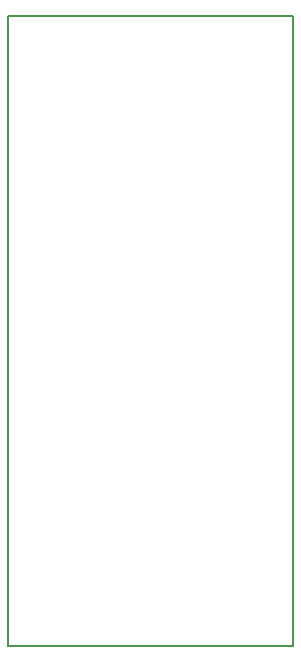
<source format=gbr>
G04 #@! TF.GenerationSoftware,KiCad,Pcbnew,(5.0.0)*
G04 #@! TF.CreationDate,2018-08-25T11:54:27+02:00*
G04 #@! TF.ProjectId,c64board,633634626F6172642E6B696361645F70,rev?*
G04 #@! TF.SameCoordinates,Original*
G04 #@! TF.FileFunction,Profile,NP*
%FSLAX46Y46*%
G04 Gerber Fmt 4.6, Leading zero omitted, Abs format (unit mm)*
G04 Created by KiCad (PCBNEW (5.0.0)) date 08/25/18 11:54:27*
%MOMM*%
%LPD*%
G01*
G04 APERTURE LIST*
%ADD10C,0.150000*%
G04 APERTURE END LIST*
D10*
X132080000Y-53340000D02*
X156210000Y-53340000D01*
X132080000Y-106680000D02*
X132080000Y-53340000D01*
X156210000Y-106680000D02*
X132080000Y-106680000D01*
X156210000Y-53340000D02*
X156210000Y-106680000D01*
M02*

</source>
